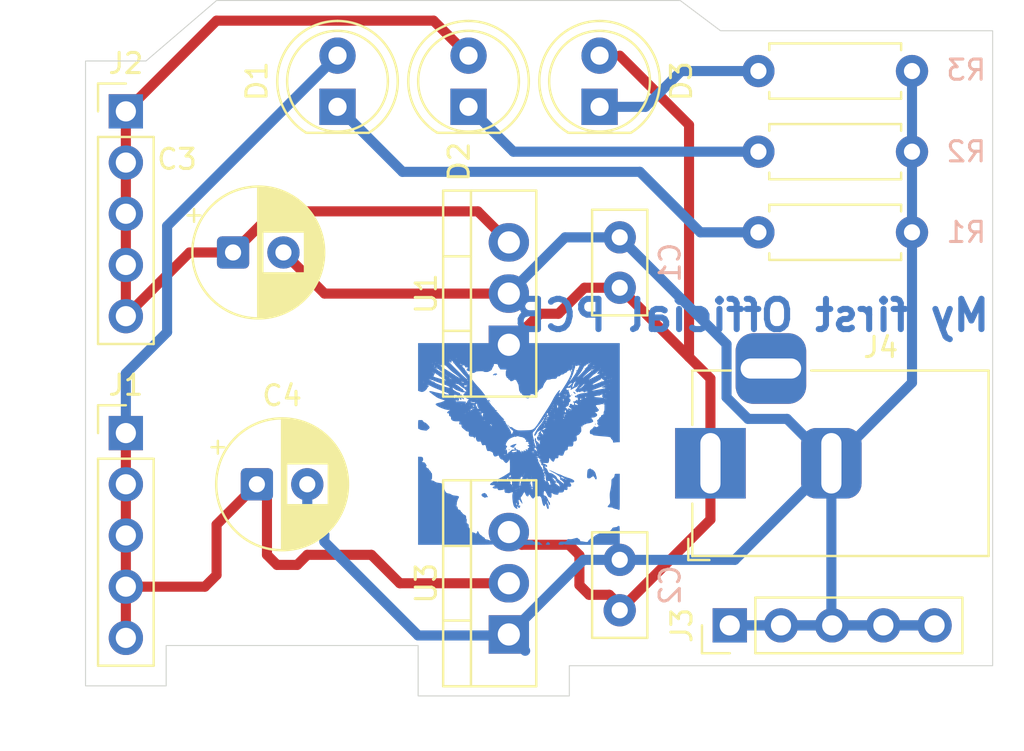
<source format=kicad_pcb>
(kicad_pcb (version 20241229) (generator "pcbnew") (generator_version "9.0")
  (layers (0 "F.Cu" signal) (2 "B.Cu" signal) (13 "F.Paste" user) (15 "B.Paste" user) (5 "F.SilkS" user "F.Silkscreen") (7 "B.SilkS" user "B.Silkscreen") (1 "F.Mask" user) (3 "B.Mask" user) (25 "Edge.Cuts" user))
  (net 0 "")
  (net 1 "Net-(D3-K)")
  (net 2 "Net-(D3-A)")
  (net 3 "GND")
  (net 4 "Net-(D1-A)")
  (net 5 "Net-(D2-A)")
  (net 6 "Net-(D1-K)")
  (net 7 "Net-(D2-K)")
  (footprint "Resistor_THT:R_Axial_DIN0207_L6.3mm_D2.5mm_P7.62mm_Horizontal" (layer "F.Cu") (at 204.88 82.5)
    (property "Reference" "R3")
    (property "Value" "R")
  )
  (footprint "Connector_PinHeader_2.54mm:PinHeader_1x05_P2.54mm_Vertical" (layer "F.Cu") (at 203.46 110 90)
    (property "Reference" "J3")
    (property "Value" "Conn_01x05_Pin")
  )
  (footprint "Resistor_THT:R_Axial_DIN0207_L6.3mm_D2.5mm_P7.62mm_Horizontal" (layer "F.Cu") (at 204.88 86.5)
    (property "Reference" "R2")
    (property "Value" "R")
  )
  (footprint "Connector_PinHeader_2.54mm:PinHeader_1x05_P2.54mm_Vertical" (layer "F.Cu") (at 173.5 100.46)
    (property "Reference" "J1")
    (property "Value" "Conn_01x05_Pin")
  )
  (footprint "LED_THT:LED_D5.0mm" (layer "F.Cu") (at 184 84.275 90)
    (property "Reference" "D1")
    (property "Value" "LED")
  )
  (footprint "LED_THT:LED_D5.0mm" (layer "F.Cu") (at 197 84.275 90)
    (property "Reference" "D3")
    (property "Value" "LED")
  )
  (footprint "Capacitor_THT:CP_Radial_D6.3mm_P2.50mm" (layer "F.Cu") (at 180 103)
    (property "Reference" "C4")
    (property "Value" "10uF")
  )
  (footprint "Connector_BarrelJack:BarrelJack_Horizontal" (layer "F.Cu") (at 202.5 101.9575 180)
    (property "Reference" "J4")
    (property "Value" "Barrel_Jack_MountingPin")
  )
  (footprint "Capacitor_THT:C_Disc_D5.0mm_W2.5mm_P2.50mm" (layer "F.Cu") (at 198 106.75 -90)
    (property "Reference" "C2")
    (property "Value" "C")
  )
  (footprint "Package_TO_SOT_THT:TO-220-3_Vertical" (layer "F.Cu") (at 192.5 110.45 90)
    (property "Reference" "U3")
    (property "Value" "LM1117T-3.3")
  )
  (footprint "LED_THT:LED_D5.0mm" (layer "F.Cu") (at 190.5 84.275 90)
    (property "Reference" "D2")
    (property "Value" "LED")
  )
  (footprint "Resistor_THT:R_Axial_DIN0207_L6.3mm_D2.5mm_P7.62mm_Horizontal" (layer "F.Cu") (at 204.88 90.5)
    (property "Reference" "R1")
    (property "Value" "R")
  )
  (footprint "Connector_PinHeader_2.54mm:PinHeader_1x05_P2.54mm_Vertical" (layer "F.Cu") (at 173.5 84.5)
    (property "Reference" "J2")
    (property "Value" "Conn_01x05_Pin")
  )
  (footprint "Package_TO_SOT_THT:TO-220-3_Vertical" (layer "F.Cu") (at 192.5 96.08 90)
    (property "Reference" "U1")
    (property "Value" "LM7805_TO220")
  )
  (footprint "Capacitor_THT:CP_Radial_D6.3mm_P2.50mm" (layer "F.Cu") (at 178.817621 91.5)
    (property "Reference" "C3")
    (property "Value" "10uF")
  )
  (footprint "Capacitor_THT:C_Disc_D5.0mm_W2.5mm_P2.50mm" (layer "F.Cu") (at 198 90.75 -90)
    (property "Reference" "C1")
    (property "Value" "C")
  )
  (footprint "LOGO" (layer "B.Cu") (at 193 101 180)
    (property "Reference" "G***" (hide yes))
    (property "Value" "LOGO" (hide yes))
  )
  (gr_poly (pts (xy 195.5 112) (xy 195.5 113.5) (xy 188 113.5) (xy 188 111) (xy 175.5 111) (xy 175.5 113) (xy 171.5 113) (xy 171.5 82) (xy 174.5 82) (xy 178 79) (xy 201 79) (xy 203 80.5) (xy 216.5 80.5) (xy 216.5 112)) (stroke (width 0.05)) (fill no) (layer "Edge.Cuts"))
  (gr_text "My first Official PCB" (at 216.5 95.5 0) (layer "B.Cu") (effects (font (size 1.5 1.5) (thickness 0.3) (bold yes)) (justify left bottom mirror)))
  (segment (start 201.05 82.5) (end 199.275 84.275) (width 0.5) (layer "B.Cu") (net 1))
  (segment (start 204.88 82.5) (end 201.05 82.5) (width 0.5) (layer "B.Cu") (net 1))
  (segment (start 199.275 84.275) (end 197 84.275) (width 0.5) (layer "B.Cu") (net 1))
  (segment (start 195.480818 106) (end 196 106.519182) (width 0.5) (layer "F.Cu") (net 2))
  (segment (start 202.5 97.75) (end 201.439 96.689) (width 0.5) (layer "F.Cu") (net 2))
  (segment (start 202.5 101.9575) (end 202.5 97.75) (width 0.5) (layer "F.Cu") (net 2))
  (segment (start 194.04 94.54) (end 192.5 96.08) (width 0.5) (layer "F.Cu") (net 2))
  (segment (start 197.481818 108.481818) (end 198 109) (width 0.5) (layer "F.Cu") (net 2))
  (segment (start 201.439 85.174) (end 201.439 96.689) (width 0.5) (layer "F.Cu") (net 2))
  (segment (start 202.5 104.75) (end 198 109.25) (width 0.5) (layer "F.Cu") (net 2))
  (segment (start 198 81.735) (end 201.439 85.174) (width 0.5) (layer "F.Cu") (net 2))
  (segment (start 198 93.25) (end 196.25 93.25) (width 0.5) (layer "F.Cu") (net 2))
  (segment (start 202.5 101.9575) (end 202.5 104.75) (width 0.5) (layer "F.Cu") (net 2))
  (segment (start 201.439 96.689) (end 198 93.25) (width 0.5) (layer "F.Cu") (net 2))
  (segment (start 196.25 93.25) (end 194.96 94.54) (width 0.5) (layer "F.Cu") (net 2))
  (segment (start 198 109) (end 198 109.25) (width 0.5) (layer "F.Cu") (net 2))
  (segment (start 192.5 105.37) (end 193.13 106) (width 0.5) (layer "F.Cu") (net 2))
  (segment (start 194.96 94.54) (end 194.04 94.54) (width 0.5) (layer "F.Cu") (net 2))
  (segment (start 196 106.519182) (end 196 108.001) (width 0.5) (layer "F.Cu") (net 2))
  (segment (start 193.13 106) (end 195.480818 106) (width 0.5) (layer "F.Cu") (net 2))
  (segment (start 196 108.001) (end 196.480818 108.481818) (width 0.5) (layer "F.Cu") (net 2))
  (segment (start 196.480818 108.481818) (end 197.481818 108.481818) (width 0.5) (layer "F.Cu") (net 2))
  (segment (start 183.357621 93.54) (end 181.317621 91.5) (width 0.5) (layer "F.Cu") (net 3))
  (segment (start 192.5 93.54) (end 183.357621 93.54) (width 0.5) (layer "F.Cu") (net 3))
  (segment (start 206.299 99.7565) (end 208.5 101.9575) (width 0.5) (layer "B.Cu") (net 3))
  (segment (start 188 110.5) (end 183.346549 105.846549) (width 0.5) (layer "B.Cu") (net 3))
  (segment (start 208.5 109.96) (end 208.54 110) (width 0.5) (layer "B.Cu") (net 3))
  (segment (start 198 106.75) (end 196.2 106.75) (width 0.5) (layer "B.Cu") (net 3))
  (segment (start 208.5 101.9575) (end 208.5 109.96) (width 0.5) (layer "B.Cu") (net 3))
  (segment (start 183.346549 105.5) (end 182.5 104.653451) (width 0.5) (layer "B.Cu") (net 3))
  (segment (start 195.29 90.75) (end 192.5 93.54) (width 0.5) (layer "B.Cu") (net 3))
  (segment (start 203.299 96.049) (end 203.299 98.689044) (width 0.5) (layer "B.Cu") (net 3))
  (segment (start 198 90.75) (end 203.299 96.049) (width 0.5) (layer "B.Cu") (net 3))
  (segment (start 192.05 110.45) (end 192 110.5) (width 0.5) (layer "B.Cu") (net 3))
  (segment (start 203.299 98.689044) (end 204.366456 99.7565) (width 0.5) (layer "B.Cu") (net 3))
  (segment (start 208.54 110) (end 206 110) (width 0.5) (layer "B.Cu") (net 3))
  (segment (start 198 90.75) (end 195.29 90.75) (width 0.5) (layer "B.Cu") (net 3))
  (segment (start 212.5 90.5) (end 212.5 97.9575) (width 0.5) (layer "B.Cu") (net 3))
  (segment (start 198 106.75) (end 203.7075 106.75) (width 0.5) (layer "B.Cu") (net 3))
  (segment (start 212.5 97.9575) (end 208.5 101.9575) (width 0.5) (layer "B.Cu") (net 3))
  (segment (start 203.46 110) (end 213.62 110) (width 0.5) (layer "B.Cu") (net 3))
  (segment (start 211.08 110) (end 208.54 110) (width 0.5) (layer "B.Cu") (net 3))
  (segment (start 192.5 110.45) (end 192.05 110.45) (width 0.5) (layer "B.Cu") (net 3))
  (segment (start 206 110) (end 203.46 110) (width 0.5) (layer "B.Cu") (net 3))
  (segment (start 183.346549 105.846549) (end 183.346549 105.5) (width 0.5) (layer "B.Cu") (net 3))
  (segment (start 213.62 110) (end 211.08 110) (width 0.5) (layer "B.Cu") (net 3))
  (segment (start 212.5 82.5) (end 212.5 90.5) (width 0.5) (layer "B.Cu") (net 3))
  (segment (start 203.7075 106.75) (end 208.5 101.9575) (width 0.5) (layer "B.Cu") (net 3))
  (segment (start 196.2 106.75) (end 192.5 110.45) (width 0.5) (layer "B.Cu") (net 3))
  (segment (start 192 110.5) (end 188 110.5) (width 0.5) (layer "B.Cu") (net 3))
  (segment (start 204.366456 99.7565) (end 206.299 99.7565) (width 0.5) (layer "B.Cu") (net 3))
  (segment (start 193.31 111.26) (end 192.5 110.45) (width 0.5) (layer "B.Cu") (net 3))
  (segment (start 182.5 104.653451) (end 182.5 103) (width 0.5) (layer "B.Cu") (net 3))
  (segment (start 181 107) (end 180.5 106.5) (width 0.5) (layer "F.Cu") (net 4))
  (segment (start 173.5 110.62) (end 173.5 100.46) (width 0.5) (layer "F.Cu") (net 4))
  (segment (start 180.5 106.5) (end 180.5 103.5) (width 0.5) (layer "F.Cu") (net 4))
  (segment (start 180 103) (end 178 105) (width 0.5) (layer "F.Cu") (net 4))
  (segment (start 180.5 103.5) (end 180 103) (width 0.5) (layer "F.Cu") (net 4))
  (segment (start 192.5 107.91) (end 187.09 107.91) (width 0.5) (layer "F.Cu") (net 4))
  (segment (start 182.5 106.5) (end 182 107) (width 0.5) (layer "F.Cu") (net 4))
  (segment (start 185.68 106.5) (end 182.5 106.5) (width 0.5) (layer "F.Cu") (net 4))
  (segment (start 187.09 107.91) (end 185.68 106.5) (width 0.5) (layer "F.Cu") (net 4))
  (segment (start 178 105) (end 178 107.5) (width 0.5) (layer "F.Cu") (net 4))
  (segment (start 177.42 108.08) (end 173.5 108.08) (width 0.5) (layer "F.Cu") (net 4))
  (segment (start 182 107) (end 181 107) (width 0.5) (layer "F.Cu") (net 4))
  (segment (start 178 107.5) (end 177.42 108.08) (width 0.5) (layer "F.Cu") (net 4))
  (segment (start 175.54501 90.18999) (end 175.54501 95.45499) (width 0.5) (layer "B.Cu") (net 4))
  (segment (start 173.5 97.5) (end 173.5 100.46) (width 0.5) (layer "B.Cu") (net 4))
  (segment (start 175.54501 95.45499) (end 173.5 97.5) (width 0.5) (layer "B.Cu") (net 4))
  (segment (start 184 81.735) (end 175.54501 90.18999) (width 0.5) (layer "B.Cu") (net 4))
  (segment (start 190.96 89.46) (end 180.857621 89.46) (width 0.5) (layer "F.Cu") (net 5))
  (segment (start 178 80) (end 188.765 80) (width 0.5) (layer "F.Cu") (net 5))
  (segment (start 173.5 84.5) (end 178 80) (width 0.5) (layer "F.Cu") (net 5))
  (segment (start 173.5 94.66) (end 173.5 84.5) (width 0.5) (layer "F.Cu") (net 5))
  (segment (start 188.765 80) (end 190.5 81.735) (width 0.5) (layer "F.Cu") (net 5))
  (segment (start 178.817621 91.5) (end 176.66 91.5) (width 0.5) (layer "F.Cu") (net 5))
  (segment (start 176.66 91.5) (end 173.5 94.66) (width 0.5) (layer "F.Cu") (net 5))
  (segment (start 180.857621 89.46) (end 178.817621 91.5) (width 0.5) (layer "F.Cu") (net 5))
  (segment (start 192.5 91) (end 190.96 89.46) (width 0.5) (layer "F.Cu") (net 5))
  (segment (start 184 84.275) (end 187.225 87.5) (width 0.5) (layer "B.Cu") (net 6))
  (segment (start 187.225 87.5) (end 199 87.5) (width 0.5) (layer "B.Cu") (net 6))
  (segment (start 199 87.5) (end 202 90.5) (width 0.5) (layer "B.Cu") (net 6))
  (segment (start 202 90.5) (end 204.88 90.5) (width 0.5) (layer "B.Cu") (net 6))
  (segment (start 192.725 86.5) (end 204.88 86.5) (width 0.5) (layer "B.Cu") (net 7))
  (segment (start 190.5 84.275) (end 192.725 86.5) (width 0.5) (layer "B.Cu") (net 7))
)
</source>
